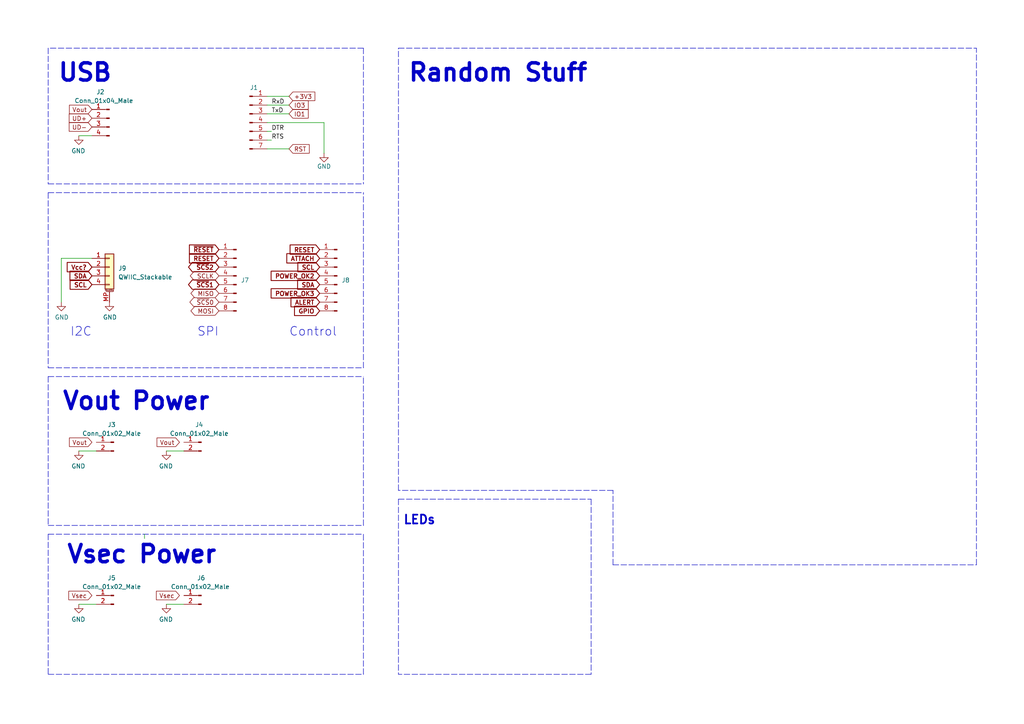
<source format=kicad_sch>
(kicad_sch (version 20211123) (generator eeschema)
  (paper "A4")
  (title_block (title "Prototype Board") (rev "0.2.2") (company "The Nerd Mage"))
  (lib_symbols
    (symbol "Connector:Conn_01x02_Male" (pin_names (offset 1.016) hide)
      (property "Reference" "J" (at 0 2.54 0))
      (property "Value" "Conn_01x02_Male" (at 0 -5.08 0))
      (symbol "Conn_01x02_Male_1_1"
        (polyline (pts (xy 1.27 -2.54) (xy 0.8636 -2.54)) (stroke (width 0.1524)))
        (polyline (pts (xy 1.27 0) (xy 0.8636 0)) (stroke (width 0.1524)))
        (rectangle (start 0.8636 -2.413) (end 0 -2.667) (stroke (width 0.1524)) (fill (type outline)))
        (rectangle (start 0.8636 0.127) (end 0 -0.127) (stroke (width 0.1524)) (fill (type outline)))
        (pin passive line (at 5.08 0 180) (length 3.81) (name "Pin_1") (number "1"))
        (pin passive line (at 5.08 -2.54 180) (length 3.81) (name "Pin_2") (number "2"))
      )
    )
    (symbol "Connector:Conn_01x04_Male" (pin_names (offset 1.016) hide)
      (property "Reference" "J" (at 0 5.08 0))
      (property "Value" "Conn_01x04_Male" (at 0 -7.62 0))
      (symbol "Conn_01x04_Male_1_1"
        (polyline (pts (xy 1.27 -5.08) (xy 0.8636 -5.08)) (stroke (width 0.1524)))
        (polyline (pts (xy 1.27 -2.54) (xy 0.8636 -2.54)) (stroke (width 0.1524)))
        (polyline (pts (xy 1.27 0) (xy 0.8636 0)) (stroke (width 0.1524)))
        (polyline (pts (xy 1.27 2.54) (xy 0.8636 2.54)) (stroke (width 0.1524)))
        (rectangle (start 0.8636 -4.953) (end 0 -5.207) (stroke (width 0.1524)) (fill (type outline)))
        (rectangle (start 0.8636 -2.413) (end 0 -2.667) (stroke (width 0.1524)) (fill (type outline)))
        (rectangle (start 0.8636 0.127) (end 0 -0.127) (stroke (width 0.1524)) (fill (type outline)))
        (rectangle (start 0.8636 2.667) (end 0 2.413) (stroke (width 0.1524)) (fill (type outline)))
        (pin passive line (at 5.08 2.54 180) (length 3.81) (name "Pin_1") (number "1"))
        (pin passive line (at 5.08 0 180) (length 3.81) (name "Pin_2") (number "2"))
        (pin passive line (at 5.08 -2.54 180) (length 3.81) (name "Pin_3") (number "3"))
        (pin passive line (at 5.08 -5.08 180) (length 3.81) (name "Pin_4") (number "4"))
      )
    )
    (symbol "Connector:Conn_01x07_Male" (pin_names (offset 1.016) hide)
      (property "Reference" "J" (at 0 10.16 0))
      (property "Value" "Conn_01x07_Male" (at 0 -10.16 0))
      (symbol "Conn_01x07_Male_1_1"
        (polyline (pts (xy 1.27 -7.62) (xy 0.8636 -7.62)) (stroke (width 0.1524)))
        (polyline (pts (xy 1.27 -5.08) (xy 0.8636 -5.08)) (stroke (width 0.1524)))
        (polyline (pts (xy 1.27 -2.54) (xy 0.8636 -2.54)) (stroke (width 0.1524)))
        (polyline (pts (xy 1.27 0) (xy 0.8636 0)) (stroke (width 0.1524)))
        (polyline (pts (xy 1.27 2.54) (xy 0.8636 2.54)) (stroke (width 0.1524)))
        (polyline (pts (xy 1.27 5.08) (xy 0.8636 5.08)) (stroke (width 0.1524)))
        (polyline (pts (xy 1.27 7.62) (xy 0.8636 7.62)) (stroke (width 0.1524)))
        (rectangle (start 0.8636 -7.493) (end 0 -7.747) (stroke (width 0.1524)) (fill (type outline)))
        (rectangle (start 0.8636 -4.953) (end 0 -5.207) (stroke (width 0.1524)) (fill (type outline)))
        (rectangle (start 0.8636 -2.413) (end 0 -2.667) (stroke (width 0.1524)) (fill (type outline)))
        (rectangle (start 0.8636 0.127) (end 0 -0.127) (stroke (width 0.1524)) (fill (type outline)))
        (rectangle (start 0.8636 2.667) (end 0 2.413) (stroke (width 0.1524)) (fill (type outline)))
        (rectangle (start 0.8636 5.207) (end 0 4.953) (stroke (width 0.1524)) (fill (type outline)))
        (rectangle (start 0.8636 7.747) (end 0 7.493) (stroke (width 0.1524)) (fill (type outline)))
        (pin passive line (at 5.08 7.62 180) (length 3.81) (name "Pin_1") (number "1"))
        (pin passive line (at 5.08 5.08 180) (length 3.81) (name "Pin_2") (number "2"))
        (pin passive line (at 5.08 2.54 180) (length 3.81) (name "Pin_3") (number "3"))
        (pin passive line (at 5.08 0 180) (length 3.81) (name "Pin_4") (number "4"))
        (pin passive line (at 5.08 -2.54 180) (length 3.81) (name "Pin_5") (number "5"))
        (pin passive line (at 5.08 -5.08 180) (length 3.81) (name "Pin_6") (number "6"))
        (pin passive line (at 5.08 -7.62 180) (length 3.81) (name "Pin_7") (number "7"))
      )
    )
    (symbol "Connector:Conn_01x08_Male" (pin_names (offset 1.016) hide)
      (property "Reference" "J" (at 0 10.16 0))
      (property "Value" "Conn_01x08_Male" (at 0 -12.7 0))
      (symbol "Conn_01x08_Male_1_1"
        (polyline (pts (xy 1.27 -10.16) (xy 0.8636 -10.16)) (stroke (width 0.1524)))
        (polyline (pts (xy 1.27 -7.62) (xy 0.8636 -7.62)) (stroke (width 0.1524)))
        (polyline (pts (xy 1.27 -5.08) (xy 0.8636 -5.08)) (stroke (width 0.1524)))
        (polyline (pts (xy 1.27 -2.54) (xy 0.8636 -2.54)) (stroke (width 0.1524)))
        (polyline (pts (xy 1.27 0) (xy 0.8636 0)) (stroke (width 0.1524)))
        (polyline (pts (xy 1.27 2.54) (xy 0.8636 2.54)) (stroke (width 0.1524)))
        (polyline (pts (xy 1.27 5.08) (xy 0.8636 5.08)) (stroke (width 0.1524)))
        (polyline (pts (xy 1.27 7.62) (xy 0.8636 7.62)) (stroke (width 0.1524)))
        (rectangle (start 0.8636 -10.033) (end 0 -10.287) (stroke (width 0.1524)) (fill (type outline)))
        (rectangle (start 0.8636 -7.493) (end 0 -7.747) (stroke (width 0.1524)) (fill (type outline)))
        (rectangle (start 0.8636 -4.953) (end 0 -5.207) (stroke (width 0.1524)) (fill (type outline)))
        (rectangle (start 0.8636 -2.413) (end 0 -2.667) (stroke (width 0.1524)) (fill (type outline)))
        (rectangle (start 0.8636 0.127) (end 0 -0.127) (stroke (width 0.1524)) (fill (type outline)))
        (rectangle (start 0.8636 2.667) (end 0 2.413) (stroke (width 0.1524)) (fill (type outline)))
        (rectangle (start 0.8636 5.207) (end 0 4.953) (stroke (width 0.1524)) (fill (type outline)))
        (rectangle (start 0.8636 7.747) (end 0 7.493) (stroke (width 0.1524)) (fill (type outline)))
        (pin passive line (at 5.08 7.62 180) (length 3.81) (name "Pin_1") (number "1"))
        (pin passive line (at 5.08 5.08 180) (length 3.81) (name "Pin_2") (number "2"))
        (pin passive line (at 5.08 2.54 180) (length 3.81) (name "Pin_3") (number "3"))
        (pin passive line (at 5.08 0 180) (length 3.81) (name "Pin_4") (number "4"))
        (pin passive line (at 5.08 -2.54 180) (length 3.81) (name "Pin_5") (number "5"))
        (pin passive line (at 5.08 -5.08 180) (length 3.81) (name "Pin_6") (number "6"))
        (pin passive line (at 5.08 -7.62 180) (length 3.81) (name "Pin_7") (number "7"))
        (pin passive line (at 5.08 -10.16 180) (length 3.81) (name "Pin_8") (number "8"))
      )
    )
    (symbol "Connector_QWIIC_Stackable:QWIIC_Stackable" (pin_names (offset 1.016) hide)
      (property "Reference" "J" (at 0 5.08 0))
      (property "Value" "QWIIC_Stackable" (at 1.27 -7.62 0))
      (symbol "QWIIC_Stackable_1_1"
        (rectangle (start -1.27 -4.953) (end 0 -5.207) (stroke (width 0.1524)))
        (rectangle (start -1.27 -2.413) (end 0 -2.667) (stroke (width 0.1524)))
        (rectangle (start -1.27 0.127) (end 0 -0.127) (stroke (width 0.1524)))
        (rectangle (start -1.27 2.667) (end 0 2.413) (stroke (width 0.1524)))
        (rectangle (start -1.27 3.81) (end 1.27 -6.35) (stroke (width 0.254)) (fill (type background)))
        (polyline (pts (xy -1.016 -7.112) (xy 1.016 -7.112)) (stroke (width 0.1524)))
        (text "Mounting" (at 0 -6.731 0) (effects (font (size 0.381 0.381))))
        (pin passive line (at -5.08 2.54 0) (length 3.81) (name "Pin_1") (number "1"))
        (pin passive line (at -5.08 0 0) (length 3.81) (name "Pin_2") (number "2"))
        (pin passive line (at -5.08 -2.54 0) (length 3.81) (name "Pin_3") (number "3"))
        (pin passive line (at -5.08 -5.08 0) (length 3.81) (name "Pin_4") (number "4"))
        (pin passive line (at 0 -10.16 90) (length 3.048) (name "MountPin") (number "MP"))
      )
    )
    (symbol "power:GND" (power) (pin_names (offset 0))
      (property "Value" "GND" (at 0 -3.81 0))
      (symbol "GND_0_1"
        (polyline (pts (xy 0 0) (xy 0 -1.27) (xy 1.27 -1.27) (xy 0 -2.54) (xy -1.27 -1.27) (xy 0 -1.27)))
      )
      (symbol "GND_1_1"
        (pin power_in line (at 0 0 270) (length 0) hide (name "GND") (number "1"))
      )
    )
  )
  (polyline (pts (xy 115.57 144.78) (xy 171.45 144.78)))
  (polyline (pts (xy 105.41 13.97) (xy 105.41 53.34)))
  (wire (pts (xy 77.47 27.94) (xy 83.82 27.94)))
  (polyline (pts (xy 105.41 13.97) (xy 13.97 13.97)))
  (polyline (pts (xy 13.97 152.4) (xy 105.41 152.4)))
  (polyline (pts (xy 115.57 144.78) (xy 115.57 195.58)))
  (polyline (pts (xy 13.97 55.88) (xy 105.41 55.88)))
  (polyline (pts (xy 105.41 152.4) (xy 105.41 109.22)))
  (wire (pts (xy 77.47 33.02) (xy 83.82 33.02)))
  (wire (pts (xy 26.67 74.93) (xy 17.78 74.93)))
  (polyline (pts (xy 13.97 154.94) (xy 105.41 154.94)))
  (polyline (pts (xy 13.97 109.22) (xy 13.97 152.4)))
  (polyline (pts (xy 171.45 195.58) (xy 115.57 195.58)))
  (polyline (pts (xy 13.97 195.58) (xy 105.41 195.58)))
  (wire (pts (xy 26.67 39.37) (xy 22.86 39.37)))
  (polyline (pts (xy 13.97 53.34) (xy 105.41 53.34)))
  (polyline (pts (xy 115.57 142.24) (xy 115.57 13.97)))
  (polyline (pts (xy 105.41 195.58) (xy 105.41 154.94)))
  (polyline (pts (xy 13.97 154.94) (xy 13.97 195.58)))
  (wire (pts (xy 77.47 43.18) (xy 83.82 43.18)))
  (polyline (pts (xy 115.57 13.97) (xy 283.21 13.97)))
  (polyline (pts (xy 177.8 142.24) (xy 115.57 142.24)))
  (polyline (pts (xy 13.97 13.97) (xy 13.97 53.34)))
  (wire (pts (xy 93.98 35.56) (xy 77.47 35.56)))
  (wire (pts (xy 48.26 130.81) (xy 53.34 130.81)))
  (wire (pts (xy 22.86 130.81) (xy 27.94 130.81)))
  (wire (pts (xy 77.47 40.64) (xy 78.74 40.64)))
  (polyline (pts (xy 177.8 163.83) (xy 177.8 142.24)))
  (wire (pts (xy 77.47 30.48) (xy 83.82 30.48)))
  (wire (pts (xy 41.91 156.21) (xy 41.91 154.94)))
  (polyline (pts (xy 13.97 106.68) (xy 105.41 106.68)))
  (wire (pts (xy 48.26 175.26) (xy 53.34 175.26)))
  (wire (pts (xy 93.98 44.45) (xy 93.98 35.56)))
  (polyline (pts (xy 177.8 163.83) (xy 283.21 163.83)))
  (polyline (pts (xy 13.97 55.88) (xy 13.97 106.68)))
  (wire (pts (xy 17.78 74.93) (xy 17.78 87.63)))
  (polyline (pts (xy 171.45 144.78) (xy 171.45 195.58)))
  (wire (pts (xy 77.47 38.1) (xy 78.74 38.1)))
  (polyline (pts (xy 283.21 163.83) (xy 283.21 13.97)))
  (polyline (pts (xy 13.97 109.22) (xy 105.41 109.22)))
  (polyline (pts (xy 105.41 106.68) (xy 105.41 55.88)))
  (wire (pts (xy 22.86 175.26) (xy 27.94 175.26)))
  (text "Vsec Power" (at 19.05 163.83 0) (effects (font (size 5 5) (thickness 1) bold) (justify left bottom)))
  (text "Vout Power" (at 17.78 119.38 0) (effects (font (size 5 5) (thickness 1) bold) (justify left bottom)))
  (text "I2C" (at 20.32 97.79 0) (effects (font (size 2.54 2.54)) (justify left bottom)))
  (text "SPI" (at 57.15 97.79 0) (effects (font (size 2.54 2.54)) (justify left bottom)))
  (text "USB" (at 16.51 24.13 0) (effects (font (size 5 5) (thickness 1) bold) (justify left bottom)))
  (text "Random Stuff" (at 118.11 24.13 0) (effects (font (size 5 5) (thickness 1) bold) (justify left bottom)))
  (text "Control" (at 83.82 97.79 0) (effects (font (size 2.54 2.54)) (justify left bottom)))
  (text "LEDs" (at 116.84 152.4 180) (effects (font (size 2.54 2.54) (thickness 0.508) bold) (justify left bottom)))
  (label "TxD" (at 78.74 33.02 0))
  (label "DTR" (at 78.74 38.1 0))
  (label "RTS" (at 78.74 40.64 0))
  (label "RxD" (at 78.74 30.48 0))
  (global_label "SDA" (shape input) (at 92.71 82.55 180) (effects (font bold)) (property "Intersheet References" "${INTERSHEET_REFS}" (effects hide)))
  (global_label "POWER_OK3" (shape input) (at 92.71 85.09 180) (effects (font (thickness 0.254) bold)) (property "Intersheet References" "${INTERSHEET_REFS}" (effects hide)))
  (global_label "GPIO" (shape input) (at 92.71 90.17 180) (effects (font (thickness 0.254) bold)) (property "Intersheet References" "${INTERSHEET_REFS}" (effects hide)))
  (global_label "Vcc?" (shape input) (at 26.67 77.47 180) (effects (font (thickness 0.254) bold)) (property "Intersheet References" "${INTERSHEET_REFS}" (effects hide)))
  (global_label "Vout" (shape input) (at 26.67 31.75 180) (property "Intersheet References" "${INTERSHEET_REFS}" (effects hide)))
  (global_label "~{SCS}0" (shape bidirectional) (at 63.5 87.63 180) (property "Intersheet References" "${INTERSHEET_REFS}" (effects hide)))
  (global_label "Vout" (shape input) (at 26.67 128.27 180) (property "Intersheet References" "${INTERSHEET_REFS}" (effects hide)))
  (global_label "MOSI" (shape bidirectional) (at 63.5 90.17 180) (property "Intersheet References" "${INTERSHEET_REFS}" (effects hide)))
  (global_label "IO3" (shape input) (at 83.82 30.48 0) (property "Intersheet References" "${INTERSHEET_REFS}" (effects hide)))
  (global_label "Vout" (shape input) (at 52.07 128.27 180) (property "Intersheet References" "${INTERSHEET_REFS}" (effects hide)))
  (global_label "Vsec" (shape input) (at 26.67 172.72 180) (property "Intersheet References" "${INTERSHEET_REFS}" (effects hide)))
  (global_label "IO1" (shape input) (at 83.82 33.02 0) (property "Intersheet References" "${INTERSHEET_REFS}" (effects hide)))
  (global_label "UD-" (shape input) (at 26.67 36.83 180) (property "Intersheet References" "${INTERSHEET_REFS}" (effects hide)))
  (global_label "~{RESET}" (shape input) (at 63.5 72.39 180) (effects (font (thickness 0.254) bold)) (property "Intersheet References" "${INTERSHEET_REFS}" (effects hide)))
  (global_label "ALERT" (shape input) (at 92.71 87.63 180) (effects (font bold)) (property "Intersheet References" "${INTERSHEET_REFS}" (effects hide)))
  (global_label "SCLK" (shape bidirectional) (at 63.5 80.01 180) (property "Intersheet References" "${INTERSHEET_REFS}" (effects hide)))
  (global_label "ATTACH" (shape input) (at 92.71 74.93 180) (effects (font (thickness 0.254) bold)) (property "Intersheet References" "${INTERSHEET_REFS}" (effects hide)))
  (global_label "POWER_OK2" (shape input) (at 92.71 80.01 180) (effects (font (thickness 0.254) bold)) (property "Intersheet References" "${INTERSHEET_REFS}" (effects hide)))
  (global_label "SDA" (shape input) (at 26.67 80.01 180) (effects (font bold)) (property "Intersheet References" "${INTERSHEET_REFS}" (effects hide)))
  (global_label "RESET" (shape input) (at 92.71 72.39 180) (effects (font (thickness 0.254) bold)) (property "Intersheet References" "${INTERSHEET_REFS}" (effects hide)))
  (global_label "~{SCS}2" (shape bidirectional) (at 63.5 77.47 180) (effects (font (thickness 0.254) bold)) (property "Intersheet References" "${INTERSHEET_REFS}" (effects hide)))
  (global_label "+3V3" (shape input) (at 83.82 27.94 0) (property "Intersheet References" "${INTERSHEET_REFS}" (effects hide)))
  (global_label "~{SCS}1" (shape bidirectional) (at 63.5 82.55 180) (effects (font (thickness 0.254) bold)) (property "Intersheet References" "${INTERSHEET_REFS}" (effects hide)))
  (global_label "SCL" (shape input) (at 26.67 82.55 180) (effects (font (thickness 0.254) bold)) (property "Intersheet References" "${INTERSHEET_REFS}" (effects hide)))
  (global_label "SCL" (shape input) (at 92.71 77.47 180) (effects (font (thickness 0.254) bold)) (property "Intersheet References" "${INTERSHEET_REFS}" (effects hide)))
  (global_label "MISO" (shape bidirectional) (at 63.5 85.09 180) (property "Intersheet References" "${INTERSHEET_REFS}" (effects hide)))
  (global_label "Vsec" (shape input) (at 52.07 172.72 180) (property "Intersheet References" "${INTERSHEET_REFS}" (effects hide)))
  (global_label "RESET" (shape input) (at 63.5 74.93 180) (effects (font (thickness 0.254) bold)) (property "Intersheet References" "${INTERSHEET_REFS}" (effects hide)))
  (global_label "UD+" (shape input) (at 26.67 34.29 180) (property "Intersheet References" "${INTERSHEET_REFS}" (effects hide)))
  (global_label "RST" (shape input) (at 83.82 43.18 0) (property "Intersheet References" "${INTERSHEET_REFS}" (effects hide)))
  (symbol (lib_id "Connector:Conn_01x02_Male") (at 33.02 128.27 0) (mirror y) (unit 1)
    (property "Reference" "J3" (at 32.385 123.19 0))
    (property "Value" "Conn_01x02_Male" (at 32.385 125.73 0))
    (property "Footprint" "Tinker:Board_Stacker_2" (effects hide))
    (property "LCSC" "C2938400 + C2881511" (effects hide))
  )
  (symbol (lib_id "power:GND") (at 22.86 39.37 0) (mirror y) (unit 1)
    (property "Reference" "#PWR0106" (effects hide))
    (property "Value" "GND" (at 22.733 43.7642 0))
  )
  (symbol (lib_id "Connector:Conn_01x02_Male") (at 58.42 128.27 0) (mirror y) (unit 1)
    (property "Reference" "J4" (at 57.785 123.19 0))
    (property "Value" "Conn_01x02_Male" (at 57.785 125.73 0))
    (property "Footprint" "Tinker:Board_Stacker_2" (effects hide))
    (property "LCSC" "C2938400 + C2881511" (effects hide))
  )
  (symbol (lib_id "power:GND") (at 93.98 44.45 0) (unit 1)
    (property "Reference" "#PWR0103" (effects hide))
    (property "Value" "GND" (at 93.98 48.26 0))
  )
  (symbol (lib_id "Connector:Conn_01x08_Male") (at 97.79 80.01 0) (mirror y) (unit 1) (in_bom no) (on_board no)
    (property "Reference" "J8" (at 99.06 81.2799 0) (effects (justify right)))
    (property "Value" "Conn_01x08_Male" (effects hide))
    (property "Footprint" "Tinker:PinHeader_2x04_P1.27mm_Vertical" (effects hide))
    (property "LCSC" "C2881786 + C2684732" (effects hide))
  )
  (symbol (lib_id "power:GND") (at 22.86 130.81 0) (mirror y) (unit 1)
    (property "Reference" "#PWR0104" (effects hide))
    (property "Value" "GND" (at 22.733 135.2042 0))
  )
  (symbol (lib_id "power:GND") (at 48.26 175.26 0) (mirror y) (unit 1)
    (property "Reference" "#PWR0101" (effects hide))
    (property "Value" "GND" (at 48.133 179.6542 0))
  )
  (symbol (lib_id "power:GND") (at 48.26 130.81 0) (mirror y) (unit 1)
    (property "Reference" "#PWR0102" (effects hide))
    (property "Value" "GND" (at 48.133 135.2042 0))
  )
  (symbol (lib_id "power:GND") (at 22.86 175.26 0) (mirror y) (unit 1)
    (property "Reference" "#PWR0120" (effects hide))
    (property "Value" "GND" (at 22.733 179.6542 0))
  )
  (symbol (lib_id "Connector:Conn_01x07_Male") (at 72.39 35.56 0) (unit 1) (in_bom no) (on_board no)
    (property "Reference" "J1" (at 73.66 25.4 0))
    (property "Value" "Conn_01x07_Male" (effects hide))
    (property "Footprint" "Tinker:Board_Stacker_7" (effects hide))
    (property "Note" "Footprint only" (effects hide))
  )
  (symbol (lib_id "Connector_QWIIC_Stackable:QWIIC_Stackable") (at 31.75 77.47 0) (unit 1)
    (property "Reference" "J9" (at 34.29 77.8255 0) (effects (justify left)))
    (property "Value" "QWIIC_Stackable" (at 34.29 80.3655 0) (effects (justify left)))
    (property "Footprint" "Tinker:QWIIC_Stack_II" (effects hide))
    (property "LCSC" "C145956 + C2938401 + C2881513" (effects hide))
  )
  (symbol (lib_id "Connector:Conn_01x02_Male") (at 58.42 172.72 0) (mirror y) (unit 1)
    (property "Reference" "J6" (at 57.15 167.64 0) (effects (justify right)))
    (property "Value" "Conn_01x02_Male" (at 49.53 170.18 0) (effects (justify right)))
    (property "Footprint" "Tinker:Board_Stacker_2" (effects hide))
    (property "LCSC" "C2938400 + C2881511" (effects hide))
  )
  (symbol (lib_id "power:GND") (at 31.75 87.63 0) (unit 1)
    (property "Reference" "#PWR0123" (effects hide))
    (property "Value" "GND" (at 31.877 92.0242 0))
  )
  (symbol (lib_id "Connector:Conn_01x08_Male") (at 68.58 80.01 0) (mirror y) (unit 1)
    (property "Reference" "J7" (at 69.85 81.2799 0) (effects (justify right)))
    (property "Value" "Conn_01x08_Male" (effects hide))
    (property "Footprint" "Tinker:PinHeader_2x04_P1.27mm_Vertical" (effects hide))
    (property "LCSC" "C2881786 + C2684732" (effects hide))
  )
  (symbol (lib_id "Connector:Conn_01x04_Male") (at 31.75 34.29 0) (mirror y) (unit 1)
    (property "Reference" "J2" (at 27.94 26.67 0) (effects (justify right)))
    (property "Value" "Conn_01x04_Male" (at 21.59 29.21 0) (effects (justify right)))
    (property "Footprint" "Tinker:Board_Stacker_4" (effects hide))
    (property "LCSC" "C2938401 + C2881513" (effects hide))
  )
  (symbol (lib_id "power:GND") (at 17.78 87.63 0) (unit 1)
    (property "Reference" "#PWR0124" (effects hide))
    (property "Value" "GND" (at 17.907 92.0242 0))
  )
  (symbol (lib_id "Connector:Conn_01x02_Male") (at 33.02 172.72 0) (mirror y) (unit 1)
    (property "Reference" "J5" (at 32.385 167.64 0))
    (property "Value" "Conn_01x02_Male" (at 32.385 170.18 0))
    (property "Footprint" "Tinker:Board_Stacker_2" (effects hide))
    (property "LCSC" "C2938400 + C2881511" (effects hide))
  )
)
</source>
